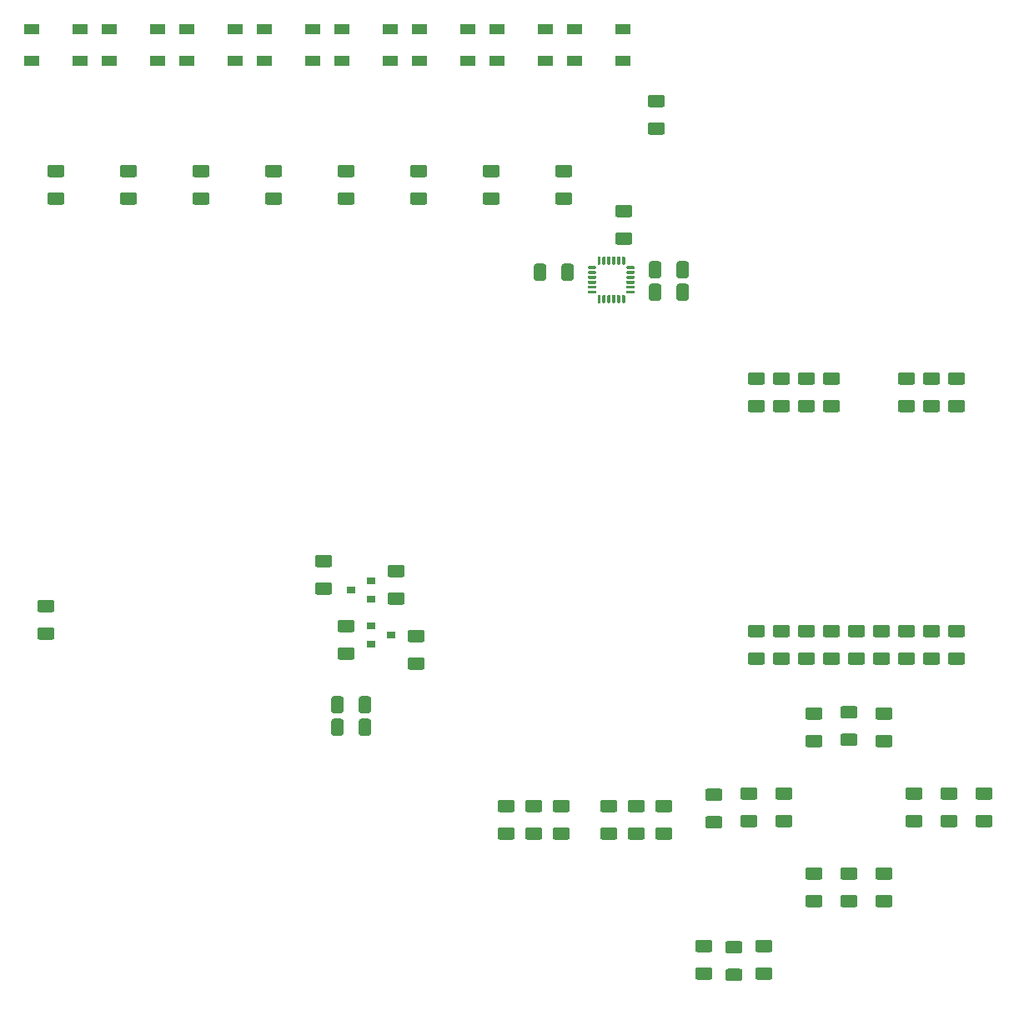
<source format=gbr>
G04 #@! TF.GenerationSoftware,KiCad,Pcbnew,(5.1.6)-1*
G04 #@! TF.CreationDate,2020-07-02T20:23:52-07:00*
G04 #@! TF.ProjectId,NanoDemo,4e616e6f-4465-46d6-9f2e-6b696361645f,rev?*
G04 #@! TF.SameCoordinates,Original*
G04 #@! TF.FileFunction,Paste,Top*
G04 #@! TF.FilePolarity,Positive*
%FSLAX46Y46*%
G04 Gerber Fmt 4.6, Leading zero omitted, Abs format (unit mm)*
G04 Created by KiCad (PCBNEW (5.1.6)-1) date 2020-07-02 20:23:52*
%MOMM*%
%LPD*%
G01*
G04 APERTURE LIST*
%ADD10R,0.900000X0.800000*%
%ADD11R,1.500000X1.000000*%
G04 APERTURE END LIST*
G04 #@! TO.C,U7*
G36*
G01*
X75183000Y-44863000D02*
X75183000Y-45013000D01*
G75*
G02*
X75108000Y-45088000I-75000J0D01*
G01*
X74408000Y-45088000D01*
G75*
G02*
X74333000Y-45013000I0J75000D01*
G01*
X74333000Y-44863000D01*
G75*
G02*
X74408000Y-44788000I75000J0D01*
G01*
X75108000Y-44788000D01*
G75*
G02*
X75183000Y-44863000I0J-75000D01*
G01*
G37*
G36*
G01*
X75183000Y-44363000D02*
X75183000Y-44513000D01*
G75*
G02*
X75108000Y-44588000I-75000J0D01*
G01*
X74408000Y-44588000D01*
G75*
G02*
X74333000Y-44513000I0J75000D01*
G01*
X74333000Y-44363000D01*
G75*
G02*
X74408000Y-44288000I75000J0D01*
G01*
X75108000Y-44288000D01*
G75*
G02*
X75183000Y-44363000I0J-75000D01*
G01*
G37*
G36*
G01*
X75183000Y-43863000D02*
X75183000Y-44013000D01*
G75*
G02*
X75108000Y-44088000I-75000J0D01*
G01*
X74408000Y-44088000D01*
G75*
G02*
X74333000Y-44013000I0J75000D01*
G01*
X74333000Y-43863000D01*
G75*
G02*
X74408000Y-43788000I75000J0D01*
G01*
X75108000Y-43788000D01*
G75*
G02*
X75183000Y-43863000I0J-75000D01*
G01*
G37*
G36*
G01*
X75183000Y-43363000D02*
X75183000Y-43513000D01*
G75*
G02*
X75108000Y-43588000I-75000J0D01*
G01*
X74408000Y-43588000D01*
G75*
G02*
X74333000Y-43513000I0J75000D01*
G01*
X74333000Y-43363000D01*
G75*
G02*
X74408000Y-43288000I75000J0D01*
G01*
X75108000Y-43288000D01*
G75*
G02*
X75183000Y-43363000I0J-75000D01*
G01*
G37*
G36*
G01*
X75183000Y-42863000D02*
X75183000Y-43013000D01*
G75*
G02*
X75108000Y-43088000I-75000J0D01*
G01*
X74408000Y-43088000D01*
G75*
G02*
X74333000Y-43013000I0J75000D01*
G01*
X74333000Y-42863000D01*
G75*
G02*
X74408000Y-42788000I75000J0D01*
G01*
X75108000Y-42788000D01*
G75*
G02*
X75183000Y-42863000I0J-75000D01*
G01*
G37*
G36*
G01*
X75183000Y-42363000D02*
X75183000Y-42513000D01*
G75*
G02*
X75108000Y-42588000I-75000J0D01*
G01*
X74408000Y-42588000D01*
G75*
G02*
X74333000Y-42513000I0J75000D01*
G01*
X74333000Y-42363000D01*
G75*
G02*
X74408000Y-42288000I75000J0D01*
G01*
X75108000Y-42288000D01*
G75*
G02*
X75183000Y-42363000I0J-75000D01*
G01*
G37*
G36*
G01*
X75533000Y-42163000D02*
X75383000Y-42163000D01*
G75*
G02*
X75308000Y-42088000I0J75000D01*
G01*
X75308000Y-41388000D01*
G75*
G02*
X75383000Y-41313000I75000J0D01*
G01*
X75533000Y-41313000D01*
G75*
G02*
X75608000Y-41388000I0J-75000D01*
G01*
X75608000Y-42088000D01*
G75*
G02*
X75533000Y-42163000I-75000J0D01*
G01*
G37*
G36*
G01*
X76033000Y-42163000D02*
X75883000Y-42163000D01*
G75*
G02*
X75808000Y-42088000I0J75000D01*
G01*
X75808000Y-41388000D01*
G75*
G02*
X75883000Y-41313000I75000J0D01*
G01*
X76033000Y-41313000D01*
G75*
G02*
X76108000Y-41388000I0J-75000D01*
G01*
X76108000Y-42088000D01*
G75*
G02*
X76033000Y-42163000I-75000J0D01*
G01*
G37*
G36*
G01*
X76533000Y-42163000D02*
X76383000Y-42163000D01*
G75*
G02*
X76308000Y-42088000I0J75000D01*
G01*
X76308000Y-41388000D01*
G75*
G02*
X76383000Y-41313000I75000J0D01*
G01*
X76533000Y-41313000D01*
G75*
G02*
X76608000Y-41388000I0J-75000D01*
G01*
X76608000Y-42088000D01*
G75*
G02*
X76533000Y-42163000I-75000J0D01*
G01*
G37*
G36*
G01*
X77033000Y-42163000D02*
X76883000Y-42163000D01*
G75*
G02*
X76808000Y-42088000I0J75000D01*
G01*
X76808000Y-41388000D01*
G75*
G02*
X76883000Y-41313000I75000J0D01*
G01*
X77033000Y-41313000D01*
G75*
G02*
X77108000Y-41388000I0J-75000D01*
G01*
X77108000Y-42088000D01*
G75*
G02*
X77033000Y-42163000I-75000J0D01*
G01*
G37*
G36*
G01*
X77533000Y-42163000D02*
X77383000Y-42163000D01*
G75*
G02*
X77308000Y-42088000I0J75000D01*
G01*
X77308000Y-41388000D01*
G75*
G02*
X77383000Y-41313000I75000J0D01*
G01*
X77533000Y-41313000D01*
G75*
G02*
X77608000Y-41388000I0J-75000D01*
G01*
X77608000Y-42088000D01*
G75*
G02*
X77533000Y-42163000I-75000J0D01*
G01*
G37*
G36*
G01*
X78033000Y-42163000D02*
X77883000Y-42163000D01*
G75*
G02*
X77808000Y-42088000I0J75000D01*
G01*
X77808000Y-41388000D01*
G75*
G02*
X77883000Y-41313000I75000J0D01*
G01*
X78033000Y-41313000D01*
G75*
G02*
X78108000Y-41388000I0J-75000D01*
G01*
X78108000Y-42088000D01*
G75*
G02*
X78033000Y-42163000I-75000J0D01*
G01*
G37*
G36*
G01*
X79083000Y-42363000D02*
X79083000Y-42513000D01*
G75*
G02*
X79008000Y-42588000I-75000J0D01*
G01*
X78308000Y-42588000D01*
G75*
G02*
X78233000Y-42513000I0J75000D01*
G01*
X78233000Y-42363000D01*
G75*
G02*
X78308000Y-42288000I75000J0D01*
G01*
X79008000Y-42288000D01*
G75*
G02*
X79083000Y-42363000I0J-75000D01*
G01*
G37*
G36*
G01*
X79083000Y-42863000D02*
X79083000Y-43013000D01*
G75*
G02*
X79008000Y-43088000I-75000J0D01*
G01*
X78308000Y-43088000D01*
G75*
G02*
X78233000Y-43013000I0J75000D01*
G01*
X78233000Y-42863000D01*
G75*
G02*
X78308000Y-42788000I75000J0D01*
G01*
X79008000Y-42788000D01*
G75*
G02*
X79083000Y-42863000I0J-75000D01*
G01*
G37*
G36*
G01*
X79083000Y-43363000D02*
X79083000Y-43513000D01*
G75*
G02*
X79008000Y-43588000I-75000J0D01*
G01*
X78308000Y-43588000D01*
G75*
G02*
X78233000Y-43513000I0J75000D01*
G01*
X78233000Y-43363000D01*
G75*
G02*
X78308000Y-43288000I75000J0D01*
G01*
X79008000Y-43288000D01*
G75*
G02*
X79083000Y-43363000I0J-75000D01*
G01*
G37*
G36*
G01*
X79083000Y-43863000D02*
X79083000Y-44013000D01*
G75*
G02*
X79008000Y-44088000I-75000J0D01*
G01*
X78308000Y-44088000D01*
G75*
G02*
X78233000Y-44013000I0J75000D01*
G01*
X78233000Y-43863000D01*
G75*
G02*
X78308000Y-43788000I75000J0D01*
G01*
X79008000Y-43788000D01*
G75*
G02*
X79083000Y-43863000I0J-75000D01*
G01*
G37*
G36*
G01*
X79083000Y-44363000D02*
X79083000Y-44513000D01*
G75*
G02*
X79008000Y-44588000I-75000J0D01*
G01*
X78308000Y-44588000D01*
G75*
G02*
X78233000Y-44513000I0J75000D01*
G01*
X78233000Y-44363000D01*
G75*
G02*
X78308000Y-44288000I75000J0D01*
G01*
X79008000Y-44288000D01*
G75*
G02*
X79083000Y-44363000I0J-75000D01*
G01*
G37*
G36*
G01*
X79083000Y-44863000D02*
X79083000Y-45013000D01*
G75*
G02*
X79008000Y-45088000I-75000J0D01*
G01*
X78308000Y-45088000D01*
G75*
G02*
X78233000Y-45013000I0J75000D01*
G01*
X78233000Y-44863000D01*
G75*
G02*
X78308000Y-44788000I75000J0D01*
G01*
X79008000Y-44788000D01*
G75*
G02*
X79083000Y-44863000I0J-75000D01*
G01*
G37*
G36*
G01*
X78033000Y-46063000D02*
X77883000Y-46063000D01*
G75*
G02*
X77808000Y-45988000I0J75000D01*
G01*
X77808000Y-45288000D01*
G75*
G02*
X77883000Y-45213000I75000J0D01*
G01*
X78033000Y-45213000D01*
G75*
G02*
X78108000Y-45288000I0J-75000D01*
G01*
X78108000Y-45988000D01*
G75*
G02*
X78033000Y-46063000I-75000J0D01*
G01*
G37*
G36*
G01*
X77533000Y-46063000D02*
X77383000Y-46063000D01*
G75*
G02*
X77308000Y-45988000I0J75000D01*
G01*
X77308000Y-45288000D01*
G75*
G02*
X77383000Y-45213000I75000J0D01*
G01*
X77533000Y-45213000D01*
G75*
G02*
X77608000Y-45288000I0J-75000D01*
G01*
X77608000Y-45988000D01*
G75*
G02*
X77533000Y-46063000I-75000J0D01*
G01*
G37*
G36*
G01*
X77033000Y-46063000D02*
X76883000Y-46063000D01*
G75*
G02*
X76808000Y-45988000I0J75000D01*
G01*
X76808000Y-45288000D01*
G75*
G02*
X76883000Y-45213000I75000J0D01*
G01*
X77033000Y-45213000D01*
G75*
G02*
X77108000Y-45288000I0J-75000D01*
G01*
X77108000Y-45988000D01*
G75*
G02*
X77033000Y-46063000I-75000J0D01*
G01*
G37*
G36*
G01*
X76533000Y-46063000D02*
X76383000Y-46063000D01*
G75*
G02*
X76308000Y-45988000I0J75000D01*
G01*
X76308000Y-45288000D01*
G75*
G02*
X76383000Y-45213000I75000J0D01*
G01*
X76533000Y-45213000D01*
G75*
G02*
X76608000Y-45288000I0J-75000D01*
G01*
X76608000Y-45988000D01*
G75*
G02*
X76533000Y-46063000I-75000J0D01*
G01*
G37*
G36*
G01*
X76033000Y-46063000D02*
X75883000Y-46063000D01*
G75*
G02*
X75808000Y-45988000I0J75000D01*
G01*
X75808000Y-45288000D01*
G75*
G02*
X75883000Y-45213000I75000J0D01*
G01*
X76033000Y-45213000D01*
G75*
G02*
X76108000Y-45288000I0J-75000D01*
G01*
X76108000Y-45988000D01*
G75*
G02*
X76033000Y-46063000I-75000J0D01*
G01*
G37*
G36*
G01*
X75533000Y-46063000D02*
X75383000Y-46063000D01*
G75*
G02*
X75308000Y-45988000I0J75000D01*
G01*
X75308000Y-45288000D01*
G75*
G02*
X75383000Y-45213000I75000J0D01*
G01*
X75533000Y-45213000D01*
G75*
G02*
X75608000Y-45288000I0J-75000D01*
G01*
X75608000Y-45988000D01*
G75*
G02*
X75533000Y-46063000I-75000J0D01*
G01*
G37*
G04 #@! TD*
G04 #@! TO.C,R46*
G36*
G01*
X57521000Y-80505000D02*
X56271000Y-80505000D01*
G75*
G02*
X56021000Y-80255000I0J250000D01*
G01*
X56021000Y-79505000D01*
G75*
G02*
X56271000Y-79255000I250000J0D01*
G01*
X57521000Y-79255000D01*
G75*
G02*
X57771000Y-79505000I0J-250000D01*
G01*
X57771000Y-80255000D01*
G75*
G02*
X57521000Y-80505000I-250000J0D01*
G01*
G37*
G36*
G01*
X57521000Y-83305000D02*
X56271000Y-83305000D01*
G75*
G02*
X56021000Y-83055000I0J250000D01*
G01*
X56021000Y-82305000D01*
G75*
G02*
X56271000Y-82055000I250000J0D01*
G01*
X57521000Y-82055000D01*
G75*
G02*
X57771000Y-82305000I0J-250000D01*
G01*
X57771000Y-83055000D01*
G75*
G02*
X57521000Y-83305000I-250000J0D01*
G01*
G37*
G04 #@! TD*
G04 #@! TO.C,R45*
G36*
G01*
X49159000Y-81039000D02*
X50409000Y-81039000D01*
G75*
G02*
X50659000Y-81289000I0J-250000D01*
G01*
X50659000Y-82039000D01*
G75*
G02*
X50409000Y-82289000I-250000J0D01*
G01*
X49159000Y-82289000D01*
G75*
G02*
X48909000Y-82039000I0J250000D01*
G01*
X48909000Y-81289000D01*
G75*
G02*
X49159000Y-81039000I250000J0D01*
G01*
G37*
G36*
G01*
X49159000Y-78239000D02*
X50409000Y-78239000D01*
G75*
G02*
X50659000Y-78489000I0J-250000D01*
G01*
X50659000Y-79239000D01*
G75*
G02*
X50409000Y-79489000I-250000J0D01*
G01*
X49159000Y-79489000D01*
G75*
G02*
X48909000Y-79239000I0J250000D01*
G01*
X48909000Y-78489000D01*
G75*
G02*
X49159000Y-78239000I250000J0D01*
G01*
G37*
G04 #@! TD*
G04 #@! TO.C,R44*
G36*
G01*
X46873000Y-74435000D02*
X48123000Y-74435000D01*
G75*
G02*
X48373000Y-74685000I0J-250000D01*
G01*
X48373000Y-75435000D01*
G75*
G02*
X48123000Y-75685000I-250000J0D01*
G01*
X46873000Y-75685000D01*
G75*
G02*
X46623000Y-75435000I0J250000D01*
G01*
X46623000Y-74685000D01*
G75*
G02*
X46873000Y-74435000I250000J0D01*
G01*
G37*
G36*
G01*
X46873000Y-71635000D02*
X48123000Y-71635000D01*
G75*
G02*
X48373000Y-71885000I0J-250000D01*
G01*
X48373000Y-72635000D01*
G75*
G02*
X48123000Y-72885000I-250000J0D01*
G01*
X46873000Y-72885000D01*
G75*
G02*
X46623000Y-72635000I0J250000D01*
G01*
X46623000Y-71885000D01*
G75*
G02*
X46873000Y-71635000I250000J0D01*
G01*
G37*
G04 #@! TD*
G04 #@! TO.C,R43*
G36*
G01*
X55489000Y-73901000D02*
X54239000Y-73901000D01*
G75*
G02*
X53989000Y-73651000I0J250000D01*
G01*
X53989000Y-72901000D01*
G75*
G02*
X54239000Y-72651000I250000J0D01*
G01*
X55489000Y-72651000D01*
G75*
G02*
X55739000Y-72901000I0J-250000D01*
G01*
X55739000Y-73651000D01*
G75*
G02*
X55489000Y-73901000I-250000J0D01*
G01*
G37*
G36*
G01*
X55489000Y-76701000D02*
X54239000Y-76701000D01*
G75*
G02*
X53989000Y-76451000I0J250000D01*
G01*
X53989000Y-75701000D01*
G75*
G02*
X54239000Y-75451000I250000J0D01*
G01*
X55489000Y-75451000D01*
G75*
G02*
X55739000Y-75701000I0J-250000D01*
G01*
X55739000Y-76451000D01*
G75*
G02*
X55489000Y-76701000I-250000J0D01*
G01*
G37*
G04 #@! TD*
D10*
G04 #@! TO.C,Q2*
X54340000Y-79756000D03*
X52340000Y-80706000D03*
X52340000Y-78806000D03*
G04 #@! TD*
G04 #@! TO.C,Q1*
X50308000Y-75184000D03*
X52308000Y-74234000D03*
X52308000Y-76134000D03*
G04 #@! TD*
G04 #@! TO.C,C12*
G36*
G01*
X83325000Y-43297000D02*
X83325000Y-42047000D01*
G75*
G02*
X83575000Y-41797000I250000J0D01*
G01*
X84325000Y-41797000D01*
G75*
G02*
X84575000Y-42047000I0J-250000D01*
G01*
X84575000Y-43297000D01*
G75*
G02*
X84325000Y-43547000I-250000J0D01*
G01*
X83575000Y-43547000D01*
G75*
G02*
X83325000Y-43297000I0J250000D01*
G01*
G37*
G36*
G01*
X80525000Y-43297000D02*
X80525000Y-42047000D01*
G75*
G02*
X80775000Y-41797000I250000J0D01*
G01*
X81525000Y-41797000D01*
G75*
G02*
X81775000Y-42047000I0J-250000D01*
G01*
X81775000Y-43297000D01*
G75*
G02*
X81525000Y-43547000I-250000J0D01*
G01*
X80775000Y-43547000D01*
G75*
G02*
X80525000Y-43297000I0J250000D01*
G01*
G37*
G04 #@! TD*
G04 #@! TO.C,C11*
G36*
G01*
X71641000Y-43551000D02*
X71641000Y-42301000D01*
G75*
G02*
X71891000Y-42051000I250000J0D01*
G01*
X72641000Y-42051000D01*
G75*
G02*
X72891000Y-42301000I0J-250000D01*
G01*
X72891000Y-43551000D01*
G75*
G02*
X72641000Y-43801000I-250000J0D01*
G01*
X71891000Y-43801000D01*
G75*
G02*
X71641000Y-43551000I0J250000D01*
G01*
G37*
G36*
G01*
X68841000Y-43551000D02*
X68841000Y-42301000D01*
G75*
G02*
X69091000Y-42051000I250000J0D01*
G01*
X69841000Y-42051000D01*
G75*
G02*
X70091000Y-42301000I0J-250000D01*
G01*
X70091000Y-43551000D01*
G75*
G02*
X69841000Y-43801000I-250000J0D01*
G01*
X69091000Y-43801000D01*
G75*
G02*
X68841000Y-43551000I0J250000D01*
G01*
G37*
G04 #@! TD*
G04 #@! TO.C,C10*
G36*
G01*
X77353000Y-38875000D02*
X78603000Y-38875000D01*
G75*
G02*
X78853000Y-39125000I0J-250000D01*
G01*
X78853000Y-39875000D01*
G75*
G02*
X78603000Y-40125000I-250000J0D01*
G01*
X77353000Y-40125000D01*
G75*
G02*
X77103000Y-39875000I0J250000D01*
G01*
X77103000Y-39125000D01*
G75*
G02*
X77353000Y-38875000I250000J0D01*
G01*
G37*
G36*
G01*
X77353000Y-36075000D02*
X78603000Y-36075000D01*
G75*
G02*
X78853000Y-36325000I0J-250000D01*
G01*
X78853000Y-37075000D01*
G75*
G02*
X78603000Y-37325000I-250000J0D01*
G01*
X77353000Y-37325000D01*
G75*
G02*
X77103000Y-37075000I0J250000D01*
G01*
X77103000Y-36325000D01*
G75*
G02*
X77353000Y-36075000I250000J0D01*
G01*
G37*
G04 #@! TD*
G04 #@! TO.C,C9*
G36*
G01*
X81775000Y-44333000D02*
X81775000Y-45583000D01*
G75*
G02*
X81525000Y-45833000I-250000J0D01*
G01*
X80775000Y-45833000D01*
G75*
G02*
X80525000Y-45583000I0J250000D01*
G01*
X80525000Y-44333000D01*
G75*
G02*
X80775000Y-44083000I250000J0D01*
G01*
X81525000Y-44083000D01*
G75*
G02*
X81775000Y-44333000I0J-250000D01*
G01*
G37*
G36*
G01*
X84575000Y-44333000D02*
X84575000Y-45583000D01*
G75*
G02*
X84325000Y-45833000I-250000J0D01*
G01*
X83575000Y-45833000D01*
G75*
G02*
X83325000Y-45583000I0J250000D01*
G01*
X83325000Y-44333000D01*
G75*
G02*
X83575000Y-44083000I250000J0D01*
G01*
X84325000Y-44083000D01*
G75*
G02*
X84575000Y-44333000I0J-250000D01*
G01*
G37*
G04 #@! TD*
D11*
G04 #@! TO.C,D1*
X22770000Y-21412000D03*
X22770000Y-18212000D03*
X17870000Y-21412000D03*
X17870000Y-18212000D03*
G04 #@! TD*
G04 #@! TO.C,D8*
X77888000Y-21412000D03*
X77888000Y-18212000D03*
X72988000Y-21412000D03*
X72988000Y-18212000D03*
G04 #@! TD*
G04 #@! TO.C,D7*
X70014000Y-21412000D03*
X70014000Y-18212000D03*
X65114000Y-21412000D03*
X65114000Y-18212000D03*
G04 #@! TD*
G04 #@! TO.C,D6*
X62140000Y-21412000D03*
X62140000Y-18212000D03*
X57240000Y-21412000D03*
X57240000Y-18212000D03*
G04 #@! TD*
G04 #@! TO.C,D5*
X54266000Y-21412000D03*
X54266000Y-18212000D03*
X49366000Y-21412000D03*
X49366000Y-18212000D03*
G04 #@! TD*
G04 #@! TO.C,D4*
X46392000Y-21412000D03*
X46392000Y-18212000D03*
X41492000Y-21412000D03*
X41492000Y-18212000D03*
G04 #@! TD*
G04 #@! TO.C,D3*
X38518000Y-21412000D03*
X38518000Y-18212000D03*
X33618000Y-21412000D03*
X33618000Y-18212000D03*
G04 #@! TD*
G04 #@! TO.C,D2*
X30644000Y-21412000D03*
X30644000Y-18212000D03*
X25744000Y-21412000D03*
X25744000Y-18212000D03*
G04 #@! TD*
G04 #@! TO.C,R42*
G36*
G01*
X49517000Y-86243000D02*
X49517000Y-87493000D01*
G75*
G02*
X49267000Y-87743000I-250000J0D01*
G01*
X48517000Y-87743000D01*
G75*
G02*
X48267000Y-87493000I0J250000D01*
G01*
X48267000Y-86243000D01*
G75*
G02*
X48517000Y-85993000I250000J0D01*
G01*
X49267000Y-85993000D01*
G75*
G02*
X49517000Y-86243000I0J-250000D01*
G01*
G37*
G36*
G01*
X52317000Y-86243000D02*
X52317000Y-87493000D01*
G75*
G02*
X52067000Y-87743000I-250000J0D01*
G01*
X51317000Y-87743000D01*
G75*
G02*
X51067000Y-87493000I0J250000D01*
G01*
X51067000Y-86243000D01*
G75*
G02*
X51317000Y-85993000I250000J0D01*
G01*
X52067000Y-85993000D01*
G75*
G02*
X52317000Y-86243000I0J-250000D01*
G01*
G37*
G04 #@! TD*
G04 #@! TO.C,R41*
G36*
G01*
X111135000Y-81547000D02*
X112385000Y-81547000D01*
G75*
G02*
X112635000Y-81797000I0J-250000D01*
G01*
X112635000Y-82547000D01*
G75*
G02*
X112385000Y-82797000I-250000J0D01*
G01*
X111135000Y-82797000D01*
G75*
G02*
X110885000Y-82547000I0J250000D01*
G01*
X110885000Y-81797000D01*
G75*
G02*
X111135000Y-81547000I250000J0D01*
G01*
G37*
G36*
G01*
X111135000Y-78747000D02*
X112385000Y-78747000D01*
G75*
G02*
X112635000Y-78997000I0J-250000D01*
G01*
X112635000Y-79747000D01*
G75*
G02*
X112385000Y-79997000I-250000J0D01*
G01*
X111135000Y-79997000D01*
G75*
G02*
X110885000Y-79747000I0J250000D01*
G01*
X110885000Y-78997000D01*
G75*
G02*
X111135000Y-78747000I250000J0D01*
G01*
G37*
G04 #@! TD*
G04 #@! TO.C,R40*
G36*
G01*
X106055000Y-81547000D02*
X107305000Y-81547000D01*
G75*
G02*
X107555000Y-81797000I0J-250000D01*
G01*
X107555000Y-82547000D01*
G75*
G02*
X107305000Y-82797000I-250000J0D01*
G01*
X106055000Y-82797000D01*
G75*
G02*
X105805000Y-82547000I0J250000D01*
G01*
X105805000Y-81797000D01*
G75*
G02*
X106055000Y-81547000I250000J0D01*
G01*
G37*
G36*
G01*
X106055000Y-78747000D02*
X107305000Y-78747000D01*
G75*
G02*
X107555000Y-78997000I0J-250000D01*
G01*
X107555000Y-79747000D01*
G75*
G02*
X107305000Y-79997000I-250000J0D01*
G01*
X106055000Y-79997000D01*
G75*
G02*
X105805000Y-79747000I0J250000D01*
G01*
X105805000Y-78997000D01*
G75*
G02*
X106055000Y-78747000I250000J0D01*
G01*
G37*
G04 #@! TD*
G04 #@! TO.C,R39*
G36*
G01*
X107305000Y-54343000D02*
X106055000Y-54343000D01*
G75*
G02*
X105805000Y-54093000I0J250000D01*
G01*
X105805000Y-53343000D01*
G75*
G02*
X106055000Y-53093000I250000J0D01*
G01*
X107305000Y-53093000D01*
G75*
G02*
X107555000Y-53343000I0J-250000D01*
G01*
X107555000Y-54093000D01*
G75*
G02*
X107305000Y-54343000I-250000J0D01*
G01*
G37*
G36*
G01*
X107305000Y-57143000D02*
X106055000Y-57143000D01*
G75*
G02*
X105805000Y-56893000I0J250000D01*
G01*
X105805000Y-56143000D01*
G75*
G02*
X106055000Y-55893000I250000J0D01*
G01*
X107305000Y-55893000D01*
G75*
G02*
X107555000Y-56143000I0J-250000D01*
G01*
X107555000Y-56893000D01*
G75*
G02*
X107305000Y-57143000I-250000J0D01*
G01*
G37*
G04 #@! TD*
G04 #@! TO.C,R38*
G36*
G01*
X100975000Y-81547000D02*
X102225000Y-81547000D01*
G75*
G02*
X102475000Y-81797000I0J-250000D01*
G01*
X102475000Y-82547000D01*
G75*
G02*
X102225000Y-82797000I-250000J0D01*
G01*
X100975000Y-82797000D01*
G75*
G02*
X100725000Y-82547000I0J250000D01*
G01*
X100725000Y-81797000D01*
G75*
G02*
X100975000Y-81547000I250000J0D01*
G01*
G37*
G36*
G01*
X100975000Y-78747000D02*
X102225000Y-78747000D01*
G75*
G02*
X102475000Y-78997000I0J-250000D01*
G01*
X102475000Y-79747000D01*
G75*
G02*
X102225000Y-79997000I-250000J0D01*
G01*
X100975000Y-79997000D01*
G75*
G02*
X100725000Y-79747000I0J250000D01*
G01*
X100725000Y-78997000D01*
G75*
G02*
X100975000Y-78747000I250000J0D01*
G01*
G37*
G04 #@! TD*
G04 #@! TO.C,R37*
G36*
G01*
X103515000Y-81547000D02*
X104765000Y-81547000D01*
G75*
G02*
X105015000Y-81797000I0J-250000D01*
G01*
X105015000Y-82547000D01*
G75*
G02*
X104765000Y-82797000I-250000J0D01*
G01*
X103515000Y-82797000D01*
G75*
G02*
X103265000Y-82547000I0J250000D01*
G01*
X103265000Y-81797000D01*
G75*
G02*
X103515000Y-81547000I250000J0D01*
G01*
G37*
G36*
G01*
X103515000Y-78747000D02*
X104765000Y-78747000D01*
G75*
G02*
X105015000Y-78997000I0J-250000D01*
G01*
X105015000Y-79747000D01*
G75*
G02*
X104765000Y-79997000I-250000J0D01*
G01*
X103515000Y-79997000D01*
G75*
G02*
X103265000Y-79747000I0J250000D01*
G01*
X103265000Y-78997000D01*
G75*
G02*
X103515000Y-78747000I250000J0D01*
G01*
G37*
G04 #@! TD*
G04 #@! TO.C,R36*
G36*
G01*
X108595000Y-81547000D02*
X109845000Y-81547000D01*
G75*
G02*
X110095000Y-81797000I0J-250000D01*
G01*
X110095000Y-82547000D01*
G75*
G02*
X109845000Y-82797000I-250000J0D01*
G01*
X108595000Y-82797000D01*
G75*
G02*
X108345000Y-82547000I0J250000D01*
G01*
X108345000Y-81797000D01*
G75*
G02*
X108595000Y-81547000I250000J0D01*
G01*
G37*
G36*
G01*
X108595000Y-78747000D02*
X109845000Y-78747000D01*
G75*
G02*
X110095000Y-78997000I0J-250000D01*
G01*
X110095000Y-79747000D01*
G75*
G02*
X109845000Y-79997000I-250000J0D01*
G01*
X108595000Y-79997000D01*
G75*
G02*
X108345000Y-79747000I0J250000D01*
G01*
X108345000Y-78997000D01*
G75*
G02*
X108595000Y-78747000I250000J0D01*
G01*
G37*
G04 #@! TD*
G04 #@! TO.C,R35*
G36*
G01*
X71257000Y-34811000D02*
X72507000Y-34811000D01*
G75*
G02*
X72757000Y-35061000I0J-250000D01*
G01*
X72757000Y-35811000D01*
G75*
G02*
X72507000Y-36061000I-250000J0D01*
G01*
X71257000Y-36061000D01*
G75*
G02*
X71007000Y-35811000I0J250000D01*
G01*
X71007000Y-35061000D01*
G75*
G02*
X71257000Y-34811000I250000J0D01*
G01*
G37*
G36*
G01*
X71257000Y-32011000D02*
X72507000Y-32011000D01*
G75*
G02*
X72757000Y-32261000I0J-250000D01*
G01*
X72757000Y-33011000D01*
G75*
G02*
X72507000Y-33261000I-250000J0D01*
G01*
X71257000Y-33261000D01*
G75*
G02*
X71007000Y-33011000I0J250000D01*
G01*
X71007000Y-32261000D01*
G75*
G02*
X71257000Y-32011000I250000J0D01*
G01*
G37*
G04 #@! TD*
G04 #@! TO.C,R34*
G36*
G01*
X112385000Y-54343000D02*
X111135000Y-54343000D01*
G75*
G02*
X110885000Y-54093000I0J250000D01*
G01*
X110885000Y-53343000D01*
G75*
G02*
X111135000Y-53093000I250000J0D01*
G01*
X112385000Y-53093000D01*
G75*
G02*
X112635000Y-53343000I0J-250000D01*
G01*
X112635000Y-54093000D01*
G75*
G02*
X112385000Y-54343000I-250000J0D01*
G01*
G37*
G36*
G01*
X112385000Y-57143000D02*
X111135000Y-57143000D01*
G75*
G02*
X110885000Y-56893000I0J250000D01*
G01*
X110885000Y-56143000D01*
G75*
G02*
X111135000Y-55893000I250000J0D01*
G01*
X112385000Y-55893000D01*
G75*
G02*
X112635000Y-56143000I0J-250000D01*
G01*
X112635000Y-56893000D01*
G75*
G02*
X112385000Y-57143000I-250000J0D01*
G01*
G37*
G04 #@! TD*
G04 #@! TO.C,R33*
G36*
G01*
X109845000Y-54343000D02*
X108595000Y-54343000D01*
G75*
G02*
X108345000Y-54093000I0J250000D01*
G01*
X108345000Y-53343000D01*
G75*
G02*
X108595000Y-53093000I250000J0D01*
G01*
X109845000Y-53093000D01*
G75*
G02*
X110095000Y-53343000I0J-250000D01*
G01*
X110095000Y-54093000D01*
G75*
G02*
X109845000Y-54343000I-250000J0D01*
G01*
G37*
G36*
G01*
X109845000Y-57143000D02*
X108595000Y-57143000D01*
G75*
G02*
X108345000Y-56893000I0J250000D01*
G01*
X108345000Y-56143000D01*
G75*
G02*
X108595000Y-55893000I250000J0D01*
G01*
X109845000Y-55893000D01*
G75*
G02*
X110095000Y-56143000I0J-250000D01*
G01*
X110095000Y-56893000D01*
G75*
G02*
X109845000Y-57143000I-250000J0D01*
G01*
G37*
G04 #@! TD*
G04 #@! TO.C,R32*
G36*
G01*
X49517000Y-88529000D02*
X49517000Y-89779000D01*
G75*
G02*
X49267000Y-90029000I-250000J0D01*
G01*
X48517000Y-90029000D01*
G75*
G02*
X48267000Y-89779000I0J250000D01*
G01*
X48267000Y-88529000D01*
G75*
G02*
X48517000Y-88279000I250000J0D01*
G01*
X49267000Y-88279000D01*
G75*
G02*
X49517000Y-88529000I0J-250000D01*
G01*
G37*
G36*
G01*
X52317000Y-88529000D02*
X52317000Y-89779000D01*
G75*
G02*
X52067000Y-90029000I-250000J0D01*
G01*
X51317000Y-90029000D01*
G75*
G02*
X51067000Y-89779000I0J250000D01*
G01*
X51067000Y-88529000D01*
G75*
G02*
X51317000Y-88279000I250000J0D01*
G01*
X52067000Y-88279000D01*
G75*
G02*
X52317000Y-88529000I0J-250000D01*
G01*
G37*
G04 #@! TD*
G04 #@! TO.C,R30*
G36*
G01*
X63891000Y-34811000D02*
X65141000Y-34811000D01*
G75*
G02*
X65391000Y-35061000I0J-250000D01*
G01*
X65391000Y-35811000D01*
G75*
G02*
X65141000Y-36061000I-250000J0D01*
G01*
X63891000Y-36061000D01*
G75*
G02*
X63641000Y-35811000I0J250000D01*
G01*
X63641000Y-35061000D01*
G75*
G02*
X63891000Y-34811000I250000J0D01*
G01*
G37*
G36*
G01*
X63891000Y-32011000D02*
X65141000Y-32011000D01*
G75*
G02*
X65391000Y-32261000I0J-250000D01*
G01*
X65391000Y-33011000D01*
G75*
G02*
X65141000Y-33261000I-250000J0D01*
G01*
X63891000Y-33261000D01*
G75*
G02*
X63641000Y-33011000I0J250000D01*
G01*
X63641000Y-32261000D01*
G75*
G02*
X63891000Y-32011000I250000J0D01*
G01*
G37*
G04 #@! TD*
G04 #@! TO.C,R29*
G36*
G01*
X98435000Y-81547000D02*
X99685000Y-81547000D01*
G75*
G02*
X99935000Y-81797000I0J-250000D01*
G01*
X99935000Y-82547000D01*
G75*
G02*
X99685000Y-82797000I-250000J0D01*
G01*
X98435000Y-82797000D01*
G75*
G02*
X98185000Y-82547000I0J250000D01*
G01*
X98185000Y-81797000D01*
G75*
G02*
X98435000Y-81547000I250000J0D01*
G01*
G37*
G36*
G01*
X98435000Y-78747000D02*
X99685000Y-78747000D01*
G75*
G02*
X99935000Y-78997000I0J-250000D01*
G01*
X99935000Y-79747000D01*
G75*
G02*
X99685000Y-79997000I-250000J0D01*
G01*
X98435000Y-79997000D01*
G75*
G02*
X98185000Y-79747000I0J250000D01*
G01*
X98185000Y-78997000D01*
G75*
G02*
X98435000Y-78747000I250000J0D01*
G01*
G37*
G04 #@! TD*
G04 #@! TO.C,R28*
G36*
G01*
X56525000Y-34811000D02*
X57775000Y-34811000D01*
G75*
G02*
X58025000Y-35061000I0J-250000D01*
G01*
X58025000Y-35811000D01*
G75*
G02*
X57775000Y-36061000I-250000J0D01*
G01*
X56525000Y-36061000D01*
G75*
G02*
X56275000Y-35811000I0J250000D01*
G01*
X56275000Y-35061000D01*
G75*
G02*
X56525000Y-34811000I250000J0D01*
G01*
G37*
G36*
G01*
X56525000Y-32011000D02*
X57775000Y-32011000D01*
G75*
G02*
X58025000Y-32261000I0J-250000D01*
G01*
X58025000Y-33011000D01*
G75*
G02*
X57775000Y-33261000I-250000J0D01*
G01*
X56525000Y-33261000D01*
G75*
G02*
X56275000Y-33011000I0J250000D01*
G01*
X56275000Y-32261000D01*
G75*
G02*
X56525000Y-32011000I250000J0D01*
G01*
G37*
G04 #@! TD*
G04 #@! TO.C,R27*
G36*
G01*
X94605000Y-54343000D02*
X93355000Y-54343000D01*
G75*
G02*
X93105000Y-54093000I0J250000D01*
G01*
X93105000Y-53343000D01*
G75*
G02*
X93355000Y-53093000I250000J0D01*
G01*
X94605000Y-53093000D01*
G75*
G02*
X94855000Y-53343000I0J-250000D01*
G01*
X94855000Y-54093000D01*
G75*
G02*
X94605000Y-54343000I-250000J0D01*
G01*
G37*
G36*
G01*
X94605000Y-57143000D02*
X93355000Y-57143000D01*
G75*
G02*
X93105000Y-56893000I0J250000D01*
G01*
X93105000Y-56143000D01*
G75*
G02*
X93355000Y-55893000I250000J0D01*
G01*
X94605000Y-55893000D01*
G75*
G02*
X94855000Y-56143000I0J-250000D01*
G01*
X94855000Y-56893000D01*
G75*
G02*
X94605000Y-57143000I-250000J0D01*
G01*
G37*
G04 #@! TD*
G04 #@! TO.C,R26*
G36*
G01*
X92065000Y-54343000D02*
X90815000Y-54343000D01*
G75*
G02*
X90565000Y-54093000I0J250000D01*
G01*
X90565000Y-53343000D01*
G75*
G02*
X90815000Y-53093000I250000J0D01*
G01*
X92065000Y-53093000D01*
G75*
G02*
X92315000Y-53343000I0J-250000D01*
G01*
X92315000Y-54093000D01*
G75*
G02*
X92065000Y-54343000I-250000J0D01*
G01*
G37*
G36*
G01*
X92065000Y-57143000D02*
X90815000Y-57143000D01*
G75*
G02*
X90565000Y-56893000I0J250000D01*
G01*
X90565000Y-56143000D01*
G75*
G02*
X90815000Y-55893000I250000J0D01*
G01*
X92065000Y-55893000D01*
G75*
G02*
X92315000Y-56143000I0J-250000D01*
G01*
X92315000Y-56893000D01*
G75*
G02*
X92065000Y-57143000I-250000J0D01*
G01*
G37*
G04 #@! TD*
G04 #@! TO.C,R25*
G36*
G01*
X49159000Y-34811000D02*
X50409000Y-34811000D01*
G75*
G02*
X50659000Y-35061000I0J-250000D01*
G01*
X50659000Y-35811000D01*
G75*
G02*
X50409000Y-36061000I-250000J0D01*
G01*
X49159000Y-36061000D01*
G75*
G02*
X48909000Y-35811000I0J250000D01*
G01*
X48909000Y-35061000D01*
G75*
G02*
X49159000Y-34811000I250000J0D01*
G01*
G37*
G36*
G01*
X49159000Y-32011000D02*
X50409000Y-32011000D01*
G75*
G02*
X50659000Y-32261000I0J-250000D01*
G01*
X50659000Y-33011000D01*
G75*
G02*
X50409000Y-33261000I-250000J0D01*
G01*
X49159000Y-33261000D01*
G75*
G02*
X48909000Y-33011000I0J250000D01*
G01*
X48909000Y-32261000D01*
G75*
G02*
X49159000Y-32011000I250000J0D01*
G01*
G37*
G04 #@! TD*
G04 #@! TO.C,R24*
G36*
G01*
X90815000Y-81547000D02*
X92065000Y-81547000D01*
G75*
G02*
X92315000Y-81797000I0J-250000D01*
G01*
X92315000Y-82547000D01*
G75*
G02*
X92065000Y-82797000I-250000J0D01*
G01*
X90815000Y-82797000D01*
G75*
G02*
X90565000Y-82547000I0J250000D01*
G01*
X90565000Y-81797000D01*
G75*
G02*
X90815000Y-81547000I250000J0D01*
G01*
G37*
G36*
G01*
X90815000Y-78747000D02*
X92065000Y-78747000D01*
G75*
G02*
X92315000Y-78997000I0J-250000D01*
G01*
X92315000Y-79747000D01*
G75*
G02*
X92065000Y-79997000I-250000J0D01*
G01*
X90815000Y-79997000D01*
G75*
G02*
X90565000Y-79747000I0J250000D01*
G01*
X90565000Y-78997000D01*
G75*
G02*
X90815000Y-78747000I250000J0D01*
G01*
G37*
G04 #@! TD*
G04 #@! TO.C,R23*
G36*
G01*
X93355000Y-81547000D02*
X94605000Y-81547000D01*
G75*
G02*
X94855000Y-81797000I0J-250000D01*
G01*
X94855000Y-82547000D01*
G75*
G02*
X94605000Y-82797000I-250000J0D01*
G01*
X93355000Y-82797000D01*
G75*
G02*
X93105000Y-82547000I0J250000D01*
G01*
X93105000Y-81797000D01*
G75*
G02*
X93355000Y-81547000I250000J0D01*
G01*
G37*
G36*
G01*
X93355000Y-78747000D02*
X94605000Y-78747000D01*
G75*
G02*
X94855000Y-78997000I0J-250000D01*
G01*
X94855000Y-79747000D01*
G75*
G02*
X94605000Y-79997000I-250000J0D01*
G01*
X93355000Y-79997000D01*
G75*
G02*
X93105000Y-79747000I0J250000D01*
G01*
X93105000Y-78997000D01*
G75*
G02*
X93355000Y-78747000I250000J0D01*
G01*
G37*
G04 #@! TD*
G04 #@! TO.C,R22*
G36*
G01*
X41793000Y-34811000D02*
X43043000Y-34811000D01*
G75*
G02*
X43293000Y-35061000I0J-250000D01*
G01*
X43293000Y-35811000D01*
G75*
G02*
X43043000Y-36061000I-250000J0D01*
G01*
X41793000Y-36061000D01*
G75*
G02*
X41543000Y-35811000I0J250000D01*
G01*
X41543000Y-35061000D01*
G75*
G02*
X41793000Y-34811000I250000J0D01*
G01*
G37*
G36*
G01*
X41793000Y-32011000D02*
X43043000Y-32011000D01*
G75*
G02*
X43293000Y-32261000I0J-250000D01*
G01*
X43293000Y-33011000D01*
G75*
G02*
X43043000Y-33261000I-250000J0D01*
G01*
X41793000Y-33261000D01*
G75*
G02*
X41543000Y-33011000I0J250000D01*
G01*
X41543000Y-32261000D01*
G75*
G02*
X41793000Y-32011000I250000J0D01*
G01*
G37*
G04 #@! TD*
G04 #@! TO.C,R21*
G36*
G01*
X95895000Y-81547000D02*
X97145000Y-81547000D01*
G75*
G02*
X97395000Y-81797000I0J-250000D01*
G01*
X97395000Y-82547000D01*
G75*
G02*
X97145000Y-82797000I-250000J0D01*
G01*
X95895000Y-82797000D01*
G75*
G02*
X95645000Y-82547000I0J250000D01*
G01*
X95645000Y-81797000D01*
G75*
G02*
X95895000Y-81547000I250000J0D01*
G01*
G37*
G36*
G01*
X95895000Y-78747000D02*
X97145000Y-78747000D01*
G75*
G02*
X97395000Y-78997000I0J-250000D01*
G01*
X97395000Y-79747000D01*
G75*
G02*
X97145000Y-79997000I-250000J0D01*
G01*
X95895000Y-79997000D01*
G75*
G02*
X95645000Y-79747000I0J250000D01*
G01*
X95645000Y-78997000D01*
G75*
G02*
X95895000Y-78747000I250000J0D01*
G01*
G37*
G04 #@! TD*
G04 #@! TO.C,R20*
G36*
G01*
X99685000Y-54343000D02*
X98435000Y-54343000D01*
G75*
G02*
X98185000Y-54093000I0J250000D01*
G01*
X98185000Y-53343000D01*
G75*
G02*
X98435000Y-53093000I250000J0D01*
G01*
X99685000Y-53093000D01*
G75*
G02*
X99935000Y-53343000I0J-250000D01*
G01*
X99935000Y-54093000D01*
G75*
G02*
X99685000Y-54343000I-250000J0D01*
G01*
G37*
G36*
G01*
X99685000Y-57143000D02*
X98435000Y-57143000D01*
G75*
G02*
X98185000Y-56893000I0J250000D01*
G01*
X98185000Y-56143000D01*
G75*
G02*
X98435000Y-55893000I250000J0D01*
G01*
X99685000Y-55893000D01*
G75*
G02*
X99935000Y-56143000I0J-250000D01*
G01*
X99935000Y-56893000D01*
G75*
G02*
X99685000Y-57143000I-250000J0D01*
G01*
G37*
G04 #@! TD*
G04 #@! TO.C,R19*
G36*
G01*
X34427000Y-34811000D02*
X35677000Y-34811000D01*
G75*
G02*
X35927000Y-35061000I0J-250000D01*
G01*
X35927000Y-35811000D01*
G75*
G02*
X35677000Y-36061000I-250000J0D01*
G01*
X34427000Y-36061000D01*
G75*
G02*
X34177000Y-35811000I0J250000D01*
G01*
X34177000Y-35061000D01*
G75*
G02*
X34427000Y-34811000I250000J0D01*
G01*
G37*
G36*
G01*
X34427000Y-32011000D02*
X35677000Y-32011000D01*
G75*
G02*
X35927000Y-32261000I0J-250000D01*
G01*
X35927000Y-33011000D01*
G75*
G02*
X35677000Y-33261000I-250000J0D01*
G01*
X34427000Y-33261000D01*
G75*
G02*
X34177000Y-33011000I0J250000D01*
G01*
X34177000Y-32261000D01*
G75*
G02*
X34427000Y-32011000I250000J0D01*
G01*
G37*
G04 #@! TD*
G04 #@! TO.C,R18*
G36*
G01*
X97145000Y-54343000D02*
X95895000Y-54343000D01*
G75*
G02*
X95645000Y-54093000I0J250000D01*
G01*
X95645000Y-53343000D01*
G75*
G02*
X95895000Y-53093000I250000J0D01*
G01*
X97145000Y-53093000D01*
G75*
G02*
X97395000Y-53343000I0J-250000D01*
G01*
X97395000Y-54093000D01*
G75*
G02*
X97145000Y-54343000I-250000J0D01*
G01*
G37*
G36*
G01*
X97145000Y-57143000D02*
X95895000Y-57143000D01*
G75*
G02*
X95645000Y-56893000I0J250000D01*
G01*
X95645000Y-56143000D01*
G75*
G02*
X95895000Y-55893000I250000J0D01*
G01*
X97145000Y-55893000D01*
G75*
G02*
X97395000Y-56143000I0J-250000D01*
G01*
X97395000Y-56893000D01*
G75*
G02*
X97145000Y-57143000I-250000J0D01*
G01*
G37*
G04 #@! TD*
G04 #@! TO.C,R17*
G36*
G01*
X27061000Y-34811000D02*
X28311000Y-34811000D01*
G75*
G02*
X28561000Y-35061000I0J-250000D01*
G01*
X28561000Y-35811000D01*
G75*
G02*
X28311000Y-36061000I-250000J0D01*
G01*
X27061000Y-36061000D01*
G75*
G02*
X26811000Y-35811000I0J250000D01*
G01*
X26811000Y-35061000D01*
G75*
G02*
X27061000Y-34811000I250000J0D01*
G01*
G37*
G36*
G01*
X27061000Y-32011000D02*
X28311000Y-32011000D01*
G75*
G02*
X28561000Y-32261000I0J-250000D01*
G01*
X28561000Y-33011000D01*
G75*
G02*
X28311000Y-33261000I-250000J0D01*
G01*
X27061000Y-33261000D01*
G75*
G02*
X26811000Y-33011000I0J250000D01*
G01*
X26811000Y-32261000D01*
G75*
G02*
X27061000Y-32011000I250000J0D01*
G01*
G37*
G04 #@! TD*
G04 #@! TO.C,R16*
G36*
G01*
X19695000Y-34811000D02*
X20945000Y-34811000D01*
G75*
G02*
X21195000Y-35061000I0J-250000D01*
G01*
X21195000Y-35811000D01*
G75*
G02*
X20945000Y-36061000I-250000J0D01*
G01*
X19695000Y-36061000D01*
G75*
G02*
X19445000Y-35811000I0J250000D01*
G01*
X19445000Y-35061000D01*
G75*
G02*
X19695000Y-34811000I250000J0D01*
G01*
G37*
G36*
G01*
X19695000Y-32011000D02*
X20945000Y-32011000D01*
G75*
G02*
X21195000Y-32261000I0J-250000D01*
G01*
X21195000Y-33011000D01*
G75*
G02*
X20945000Y-33261000I-250000J0D01*
G01*
X19695000Y-33261000D01*
G75*
G02*
X19445000Y-33011000I0J250000D01*
G01*
X19445000Y-32261000D01*
G75*
G02*
X19695000Y-32011000I250000J0D01*
G01*
G37*
G04 #@! TD*
G04 #@! TO.C,R15*
G36*
G01*
X100213000Y-106185000D02*
X101463000Y-106185000D01*
G75*
G02*
X101713000Y-106435000I0J-250000D01*
G01*
X101713000Y-107185000D01*
G75*
G02*
X101463000Y-107435000I-250000J0D01*
G01*
X100213000Y-107435000D01*
G75*
G02*
X99963000Y-107185000I0J250000D01*
G01*
X99963000Y-106435000D01*
G75*
G02*
X100213000Y-106185000I250000J0D01*
G01*
G37*
G36*
G01*
X100213000Y-103385000D02*
X101463000Y-103385000D01*
G75*
G02*
X101713000Y-103635000I0J-250000D01*
G01*
X101713000Y-104385000D01*
G75*
G02*
X101463000Y-104635000I-250000J0D01*
G01*
X100213000Y-104635000D01*
G75*
G02*
X99963000Y-104385000I0J250000D01*
G01*
X99963000Y-103635000D01*
G75*
G02*
X100213000Y-103385000I250000J0D01*
G01*
G37*
G04 #@! TD*
G04 #@! TO.C,R14*
G36*
G01*
X100213000Y-89799000D02*
X101463000Y-89799000D01*
G75*
G02*
X101713000Y-90049000I0J-250000D01*
G01*
X101713000Y-90799000D01*
G75*
G02*
X101463000Y-91049000I-250000J0D01*
G01*
X100213000Y-91049000D01*
G75*
G02*
X99963000Y-90799000I0J250000D01*
G01*
X99963000Y-90049000D01*
G75*
G02*
X100213000Y-89799000I250000J0D01*
G01*
G37*
G36*
G01*
X100213000Y-86999000D02*
X101463000Y-86999000D01*
G75*
G02*
X101713000Y-87249000I0J-250000D01*
G01*
X101713000Y-87999000D01*
G75*
G02*
X101463000Y-88249000I-250000J0D01*
G01*
X100213000Y-88249000D01*
G75*
G02*
X99963000Y-87999000I0J250000D01*
G01*
X99963000Y-87249000D01*
G75*
G02*
X100213000Y-86999000I250000J0D01*
G01*
G37*
G04 #@! TD*
G04 #@! TO.C,R13*
G36*
G01*
X103769000Y-106185000D02*
X105019000Y-106185000D01*
G75*
G02*
X105269000Y-106435000I0J-250000D01*
G01*
X105269000Y-107185000D01*
G75*
G02*
X105019000Y-107435000I-250000J0D01*
G01*
X103769000Y-107435000D01*
G75*
G02*
X103519000Y-107185000I0J250000D01*
G01*
X103519000Y-106435000D01*
G75*
G02*
X103769000Y-106185000I250000J0D01*
G01*
G37*
G36*
G01*
X103769000Y-103385000D02*
X105019000Y-103385000D01*
G75*
G02*
X105269000Y-103635000I0J-250000D01*
G01*
X105269000Y-104385000D01*
G75*
G02*
X105019000Y-104635000I-250000J0D01*
G01*
X103769000Y-104635000D01*
G75*
G02*
X103519000Y-104385000I0J250000D01*
G01*
X103519000Y-103635000D01*
G75*
G02*
X103769000Y-103385000I250000J0D01*
G01*
G37*
G04 #@! TD*
G04 #@! TO.C,R12*
G36*
G01*
X103769000Y-89929000D02*
X105019000Y-89929000D01*
G75*
G02*
X105269000Y-90179000I0J-250000D01*
G01*
X105269000Y-90929000D01*
G75*
G02*
X105019000Y-91179000I-250000J0D01*
G01*
X103769000Y-91179000D01*
G75*
G02*
X103519000Y-90929000I0J250000D01*
G01*
X103519000Y-90179000D01*
G75*
G02*
X103769000Y-89929000I250000J0D01*
G01*
G37*
G36*
G01*
X103769000Y-87129000D02*
X105019000Y-87129000D01*
G75*
G02*
X105269000Y-87379000I0J-250000D01*
G01*
X105269000Y-88129000D01*
G75*
G02*
X105019000Y-88379000I-250000J0D01*
G01*
X103769000Y-88379000D01*
G75*
G02*
X103519000Y-88129000I0J250000D01*
G01*
X103519000Y-87379000D01*
G75*
G02*
X103769000Y-87129000I250000J0D01*
G01*
G37*
G04 #@! TD*
G04 #@! TO.C,R11*
G36*
G01*
X66665000Y-97777000D02*
X65415000Y-97777000D01*
G75*
G02*
X65165000Y-97527000I0J250000D01*
G01*
X65165000Y-96777000D01*
G75*
G02*
X65415000Y-96527000I250000J0D01*
G01*
X66665000Y-96527000D01*
G75*
G02*
X66915000Y-96777000I0J-250000D01*
G01*
X66915000Y-97527000D01*
G75*
G02*
X66665000Y-97777000I-250000J0D01*
G01*
G37*
G36*
G01*
X66665000Y-100577000D02*
X65415000Y-100577000D01*
G75*
G02*
X65165000Y-100327000I0J250000D01*
G01*
X65165000Y-99577000D01*
G75*
G02*
X65415000Y-99327000I250000J0D01*
G01*
X66665000Y-99327000D01*
G75*
G02*
X66915000Y-99577000I0J-250000D01*
G01*
X66915000Y-100327000D01*
G75*
G02*
X66665000Y-100577000I-250000J0D01*
G01*
G37*
G04 #@! TD*
G04 #@! TO.C,R10*
G36*
G01*
X68209000Y-99327000D02*
X69459000Y-99327000D01*
G75*
G02*
X69709000Y-99577000I0J-250000D01*
G01*
X69709000Y-100327000D01*
G75*
G02*
X69459000Y-100577000I-250000J0D01*
G01*
X68209000Y-100577000D01*
G75*
G02*
X67959000Y-100327000I0J250000D01*
G01*
X67959000Y-99577000D01*
G75*
G02*
X68209000Y-99327000I250000J0D01*
G01*
G37*
G36*
G01*
X68209000Y-96527000D02*
X69459000Y-96527000D01*
G75*
G02*
X69709000Y-96777000I0J-250000D01*
G01*
X69709000Y-97527000D01*
G75*
G02*
X69459000Y-97777000I-250000J0D01*
G01*
X68209000Y-97777000D01*
G75*
G02*
X67959000Y-97527000I0J250000D01*
G01*
X67959000Y-96777000D01*
G75*
G02*
X68209000Y-96527000I250000J0D01*
G01*
G37*
G04 #@! TD*
G04 #@! TO.C,R9*
G36*
G01*
X78623000Y-99327000D02*
X79873000Y-99327000D01*
G75*
G02*
X80123000Y-99577000I0J-250000D01*
G01*
X80123000Y-100327000D01*
G75*
G02*
X79873000Y-100577000I-250000J0D01*
G01*
X78623000Y-100577000D01*
G75*
G02*
X78373000Y-100327000I0J250000D01*
G01*
X78373000Y-99577000D01*
G75*
G02*
X78623000Y-99327000I250000J0D01*
G01*
G37*
G36*
G01*
X78623000Y-96527000D02*
X79873000Y-96527000D01*
G75*
G02*
X80123000Y-96777000I0J-250000D01*
G01*
X80123000Y-97527000D01*
G75*
G02*
X79873000Y-97777000I-250000J0D01*
G01*
X78623000Y-97777000D01*
G75*
G02*
X78373000Y-97527000I0J250000D01*
G01*
X78373000Y-96777000D01*
G75*
G02*
X78623000Y-96527000I250000J0D01*
G01*
G37*
G04 #@! TD*
G04 #@! TO.C,R8*
G36*
G01*
X88529000Y-113681000D02*
X89779000Y-113681000D01*
G75*
G02*
X90029000Y-113931000I0J-250000D01*
G01*
X90029000Y-114681000D01*
G75*
G02*
X89779000Y-114931000I-250000J0D01*
G01*
X88529000Y-114931000D01*
G75*
G02*
X88279000Y-114681000I0J250000D01*
G01*
X88279000Y-113931000D01*
G75*
G02*
X88529000Y-113681000I250000J0D01*
G01*
G37*
G36*
G01*
X88529000Y-110881000D02*
X89779000Y-110881000D01*
G75*
G02*
X90029000Y-111131000I0J-250000D01*
G01*
X90029000Y-111881000D01*
G75*
G02*
X89779000Y-112131000I-250000J0D01*
G01*
X88529000Y-112131000D01*
G75*
G02*
X88279000Y-111881000I0J250000D01*
G01*
X88279000Y-111131000D01*
G75*
G02*
X88529000Y-110881000I250000J0D01*
G01*
G37*
G04 #@! TD*
G04 #@! TO.C,R7*
G36*
G01*
X18679000Y-79007000D02*
X19929000Y-79007000D01*
G75*
G02*
X20179000Y-79257000I0J-250000D01*
G01*
X20179000Y-80007000D01*
G75*
G02*
X19929000Y-80257000I-250000J0D01*
G01*
X18679000Y-80257000D01*
G75*
G02*
X18429000Y-80007000I0J250000D01*
G01*
X18429000Y-79257000D01*
G75*
G02*
X18679000Y-79007000I250000J0D01*
G01*
G37*
G36*
G01*
X18679000Y-76207000D02*
X19929000Y-76207000D01*
G75*
G02*
X20179000Y-76457000I0J-250000D01*
G01*
X20179000Y-77207000D01*
G75*
G02*
X19929000Y-77457000I-250000J0D01*
G01*
X18679000Y-77457000D01*
G75*
G02*
X18429000Y-77207000I0J250000D01*
G01*
X18429000Y-76457000D01*
G75*
G02*
X18679000Y-76207000I250000J0D01*
G01*
G37*
G04 #@! TD*
G04 #@! TO.C,R6*
G36*
G01*
X110373000Y-98057000D02*
X111623000Y-98057000D01*
G75*
G02*
X111873000Y-98307000I0J-250000D01*
G01*
X111873000Y-99057000D01*
G75*
G02*
X111623000Y-99307000I-250000J0D01*
G01*
X110373000Y-99307000D01*
G75*
G02*
X110123000Y-99057000I0J250000D01*
G01*
X110123000Y-98307000D01*
G75*
G02*
X110373000Y-98057000I250000J0D01*
G01*
G37*
G36*
G01*
X110373000Y-95257000D02*
X111623000Y-95257000D01*
G75*
G02*
X111873000Y-95507000I0J-250000D01*
G01*
X111873000Y-96257000D01*
G75*
G02*
X111623000Y-96507000I-250000J0D01*
G01*
X110373000Y-96507000D01*
G75*
G02*
X110123000Y-96257000I0J250000D01*
G01*
X110123000Y-95507000D01*
G75*
G02*
X110373000Y-95257000I250000J0D01*
G01*
G37*
G04 #@! TD*
G04 #@! TO.C,R5*
G36*
G01*
X90053000Y-98057000D02*
X91303000Y-98057000D01*
G75*
G02*
X91553000Y-98307000I0J-250000D01*
G01*
X91553000Y-99057000D01*
G75*
G02*
X91303000Y-99307000I-250000J0D01*
G01*
X90053000Y-99307000D01*
G75*
G02*
X89803000Y-99057000I0J250000D01*
G01*
X89803000Y-98307000D01*
G75*
G02*
X90053000Y-98057000I250000J0D01*
G01*
G37*
G36*
G01*
X90053000Y-95257000D02*
X91303000Y-95257000D01*
G75*
G02*
X91553000Y-95507000I0J-250000D01*
G01*
X91553000Y-96257000D01*
G75*
G02*
X91303000Y-96507000I-250000J0D01*
G01*
X90053000Y-96507000D01*
G75*
G02*
X89803000Y-96257000I0J250000D01*
G01*
X89803000Y-95507000D01*
G75*
G02*
X90053000Y-95257000I250000J0D01*
G01*
G37*
G04 #@! TD*
G04 #@! TO.C,R4*
G36*
G01*
X75829000Y-99327000D02*
X77079000Y-99327000D01*
G75*
G02*
X77329000Y-99577000I0J-250000D01*
G01*
X77329000Y-100327000D01*
G75*
G02*
X77079000Y-100577000I-250000J0D01*
G01*
X75829000Y-100577000D01*
G75*
G02*
X75579000Y-100327000I0J250000D01*
G01*
X75579000Y-99577000D01*
G75*
G02*
X75829000Y-99327000I250000J0D01*
G01*
G37*
G36*
G01*
X75829000Y-96527000D02*
X77079000Y-96527000D01*
G75*
G02*
X77329000Y-96777000I0J-250000D01*
G01*
X77329000Y-97527000D01*
G75*
G02*
X77079000Y-97777000I-250000J0D01*
G01*
X75829000Y-97777000D01*
G75*
G02*
X75579000Y-97527000I0J250000D01*
G01*
X75579000Y-96777000D01*
G75*
G02*
X75829000Y-96527000I250000J0D01*
G01*
G37*
G04 #@! TD*
G04 #@! TO.C,R3*
G36*
G01*
X92827000Y-112001000D02*
X91577000Y-112001000D01*
G75*
G02*
X91327000Y-111751000I0J250000D01*
G01*
X91327000Y-111001000D01*
G75*
G02*
X91577000Y-110751000I250000J0D01*
G01*
X92827000Y-110751000D01*
G75*
G02*
X93077000Y-111001000I0J-250000D01*
G01*
X93077000Y-111751000D01*
G75*
G02*
X92827000Y-112001000I-250000J0D01*
G01*
G37*
G36*
G01*
X92827000Y-114801000D02*
X91577000Y-114801000D01*
G75*
G02*
X91327000Y-114551000I0J250000D01*
G01*
X91327000Y-113801000D01*
G75*
G02*
X91577000Y-113551000I250000J0D01*
G01*
X92827000Y-113551000D01*
G75*
G02*
X93077000Y-113801000I0J-250000D01*
G01*
X93077000Y-114551000D01*
G75*
G02*
X92827000Y-114801000I-250000J0D01*
G01*
G37*
G04 #@! TD*
G04 #@! TO.C,R2*
G36*
G01*
X113929000Y-98057000D02*
X115179000Y-98057000D01*
G75*
G02*
X115429000Y-98307000I0J-250000D01*
G01*
X115429000Y-99057000D01*
G75*
G02*
X115179000Y-99307000I-250000J0D01*
G01*
X113929000Y-99307000D01*
G75*
G02*
X113679000Y-99057000I0J250000D01*
G01*
X113679000Y-98307000D01*
G75*
G02*
X113929000Y-98057000I250000J0D01*
G01*
G37*
G36*
G01*
X113929000Y-95257000D02*
X115179000Y-95257000D01*
G75*
G02*
X115429000Y-95507000I0J-250000D01*
G01*
X115429000Y-96257000D01*
G75*
G02*
X115179000Y-96507000I-250000J0D01*
G01*
X113929000Y-96507000D01*
G75*
G02*
X113679000Y-96257000I0J250000D01*
G01*
X113679000Y-95507000D01*
G75*
G02*
X113929000Y-95257000I250000J0D01*
G01*
G37*
G04 #@! TD*
G04 #@! TO.C,R1*
G36*
G01*
X93609000Y-98057000D02*
X94859000Y-98057000D01*
G75*
G02*
X95109000Y-98307000I0J-250000D01*
G01*
X95109000Y-99057000D01*
G75*
G02*
X94859000Y-99307000I-250000J0D01*
G01*
X93609000Y-99307000D01*
G75*
G02*
X93359000Y-99057000I0J250000D01*
G01*
X93359000Y-98307000D01*
G75*
G02*
X93609000Y-98057000I250000J0D01*
G01*
G37*
G36*
G01*
X93609000Y-95257000D02*
X94859000Y-95257000D01*
G75*
G02*
X95109000Y-95507000I0J-250000D01*
G01*
X95109000Y-96257000D01*
G75*
G02*
X94859000Y-96507000I-250000J0D01*
G01*
X93609000Y-96507000D01*
G75*
G02*
X93359000Y-96257000I0J250000D01*
G01*
X93359000Y-95507000D01*
G75*
G02*
X93609000Y-95257000I250000J0D01*
G01*
G37*
G04 #@! TD*
G04 #@! TO.C,C8*
G36*
G01*
X96657000Y-106185000D02*
X97907000Y-106185000D01*
G75*
G02*
X98157000Y-106435000I0J-250000D01*
G01*
X98157000Y-107185000D01*
G75*
G02*
X97907000Y-107435000I-250000J0D01*
G01*
X96657000Y-107435000D01*
G75*
G02*
X96407000Y-107185000I0J250000D01*
G01*
X96407000Y-106435000D01*
G75*
G02*
X96657000Y-106185000I250000J0D01*
G01*
G37*
G36*
G01*
X96657000Y-103385000D02*
X97907000Y-103385000D01*
G75*
G02*
X98157000Y-103635000I0J-250000D01*
G01*
X98157000Y-104385000D01*
G75*
G02*
X97907000Y-104635000I-250000J0D01*
G01*
X96657000Y-104635000D01*
G75*
G02*
X96407000Y-104385000I0J250000D01*
G01*
X96407000Y-103635000D01*
G75*
G02*
X96657000Y-103385000I250000J0D01*
G01*
G37*
G04 #@! TD*
G04 #@! TO.C,C7*
G36*
G01*
X96657000Y-89929000D02*
X97907000Y-89929000D01*
G75*
G02*
X98157000Y-90179000I0J-250000D01*
G01*
X98157000Y-90929000D01*
G75*
G02*
X97907000Y-91179000I-250000J0D01*
G01*
X96657000Y-91179000D01*
G75*
G02*
X96407000Y-90929000I0J250000D01*
G01*
X96407000Y-90179000D01*
G75*
G02*
X96657000Y-89929000I250000J0D01*
G01*
G37*
G36*
G01*
X96657000Y-87129000D02*
X97907000Y-87129000D01*
G75*
G02*
X98157000Y-87379000I0J-250000D01*
G01*
X98157000Y-88129000D01*
G75*
G02*
X97907000Y-88379000I-250000J0D01*
G01*
X96657000Y-88379000D01*
G75*
G02*
X96407000Y-88129000I0J250000D01*
G01*
X96407000Y-87379000D01*
G75*
G02*
X96657000Y-87129000I250000J0D01*
G01*
G37*
G04 #@! TD*
G04 #@! TO.C,C6*
G36*
G01*
X80655000Y-27699000D02*
X81905000Y-27699000D01*
G75*
G02*
X82155000Y-27949000I0J-250000D01*
G01*
X82155000Y-28699000D01*
G75*
G02*
X81905000Y-28949000I-250000J0D01*
G01*
X80655000Y-28949000D01*
G75*
G02*
X80405000Y-28699000I0J250000D01*
G01*
X80405000Y-27949000D01*
G75*
G02*
X80655000Y-27699000I250000J0D01*
G01*
G37*
G36*
G01*
X80655000Y-24899000D02*
X81905000Y-24899000D01*
G75*
G02*
X82155000Y-25149000I0J-250000D01*
G01*
X82155000Y-25899000D01*
G75*
G02*
X81905000Y-26149000I-250000J0D01*
G01*
X80655000Y-26149000D01*
G75*
G02*
X80405000Y-25899000I0J250000D01*
G01*
X80405000Y-25149000D01*
G75*
G02*
X80655000Y-24899000I250000J0D01*
G01*
G37*
G04 #@! TD*
G04 #@! TO.C,C5*
G36*
G01*
X71003000Y-99327000D02*
X72253000Y-99327000D01*
G75*
G02*
X72503000Y-99577000I0J-250000D01*
G01*
X72503000Y-100327000D01*
G75*
G02*
X72253000Y-100577000I-250000J0D01*
G01*
X71003000Y-100577000D01*
G75*
G02*
X70753000Y-100327000I0J250000D01*
G01*
X70753000Y-99577000D01*
G75*
G02*
X71003000Y-99327000I250000J0D01*
G01*
G37*
G36*
G01*
X71003000Y-96527000D02*
X72253000Y-96527000D01*
G75*
G02*
X72503000Y-96777000I0J-250000D01*
G01*
X72503000Y-97527000D01*
G75*
G02*
X72253000Y-97777000I-250000J0D01*
G01*
X71003000Y-97777000D01*
G75*
G02*
X70753000Y-97527000I0J250000D01*
G01*
X70753000Y-96777000D01*
G75*
G02*
X71003000Y-96527000I250000J0D01*
G01*
G37*
G04 #@! TD*
G04 #@! TO.C,C4*
G36*
G01*
X106817000Y-98057000D02*
X108067000Y-98057000D01*
G75*
G02*
X108317000Y-98307000I0J-250000D01*
G01*
X108317000Y-99057000D01*
G75*
G02*
X108067000Y-99307000I-250000J0D01*
G01*
X106817000Y-99307000D01*
G75*
G02*
X106567000Y-99057000I0J250000D01*
G01*
X106567000Y-98307000D01*
G75*
G02*
X106817000Y-98057000I250000J0D01*
G01*
G37*
G36*
G01*
X106817000Y-95257000D02*
X108067000Y-95257000D01*
G75*
G02*
X108317000Y-95507000I0J-250000D01*
G01*
X108317000Y-96257000D01*
G75*
G02*
X108067000Y-96507000I-250000J0D01*
G01*
X106817000Y-96507000D01*
G75*
G02*
X106567000Y-96257000I0J250000D01*
G01*
X106567000Y-95507000D01*
G75*
G02*
X106817000Y-95257000I250000J0D01*
G01*
G37*
G04 #@! TD*
G04 #@! TO.C,C3*
G36*
G01*
X86497000Y-98181000D02*
X87747000Y-98181000D01*
G75*
G02*
X87997000Y-98431000I0J-250000D01*
G01*
X87997000Y-99181000D01*
G75*
G02*
X87747000Y-99431000I-250000J0D01*
G01*
X86497000Y-99431000D01*
G75*
G02*
X86247000Y-99181000I0J250000D01*
G01*
X86247000Y-98431000D01*
G75*
G02*
X86497000Y-98181000I250000J0D01*
G01*
G37*
G36*
G01*
X86497000Y-95381000D02*
X87747000Y-95381000D01*
G75*
G02*
X87997000Y-95631000I0J-250000D01*
G01*
X87997000Y-96381000D01*
G75*
G02*
X87747000Y-96631000I-250000J0D01*
G01*
X86497000Y-96631000D01*
G75*
G02*
X86247000Y-96381000I0J250000D01*
G01*
X86247000Y-95631000D01*
G75*
G02*
X86497000Y-95381000I250000J0D01*
G01*
G37*
G04 #@! TD*
G04 #@! TO.C,C2*
G36*
G01*
X82667000Y-97777000D02*
X81417000Y-97777000D01*
G75*
G02*
X81167000Y-97527000I0J250000D01*
G01*
X81167000Y-96777000D01*
G75*
G02*
X81417000Y-96527000I250000J0D01*
G01*
X82667000Y-96527000D01*
G75*
G02*
X82917000Y-96777000I0J-250000D01*
G01*
X82917000Y-97527000D01*
G75*
G02*
X82667000Y-97777000I-250000J0D01*
G01*
G37*
G36*
G01*
X82667000Y-100577000D02*
X81417000Y-100577000D01*
G75*
G02*
X81167000Y-100327000I0J250000D01*
G01*
X81167000Y-99577000D01*
G75*
G02*
X81417000Y-99327000I250000J0D01*
G01*
X82667000Y-99327000D01*
G75*
G02*
X82917000Y-99577000I0J-250000D01*
G01*
X82917000Y-100327000D01*
G75*
G02*
X82667000Y-100577000I-250000J0D01*
G01*
G37*
G04 #@! TD*
G04 #@! TO.C,C1*
G36*
G01*
X85481000Y-113551000D02*
X86731000Y-113551000D01*
G75*
G02*
X86981000Y-113801000I0J-250000D01*
G01*
X86981000Y-114551000D01*
G75*
G02*
X86731000Y-114801000I-250000J0D01*
G01*
X85481000Y-114801000D01*
G75*
G02*
X85231000Y-114551000I0J250000D01*
G01*
X85231000Y-113801000D01*
G75*
G02*
X85481000Y-113551000I250000J0D01*
G01*
G37*
G36*
G01*
X85481000Y-110751000D02*
X86731000Y-110751000D01*
G75*
G02*
X86981000Y-111001000I0J-250000D01*
G01*
X86981000Y-111751000D01*
G75*
G02*
X86731000Y-112001000I-250000J0D01*
G01*
X85481000Y-112001000D01*
G75*
G02*
X85231000Y-111751000I0J250000D01*
G01*
X85231000Y-111001000D01*
G75*
G02*
X85481000Y-110751000I250000J0D01*
G01*
G37*
G04 #@! TD*
M02*

</source>
